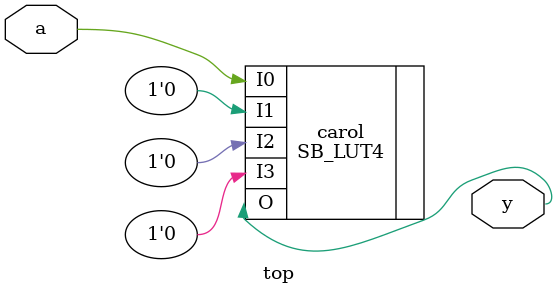
<source format=v>
module top(input a, output y);
	(* syn_noprune *)
	SB_LUT4 #(
		.LUT_INIT(16'b1101001011011101)
	) carol (
		.I0(a),
		.I1(1'b0),
		.I2(1'b0),
		.I3(1'b0),
		.O(y)
	);
endmodule

</source>
